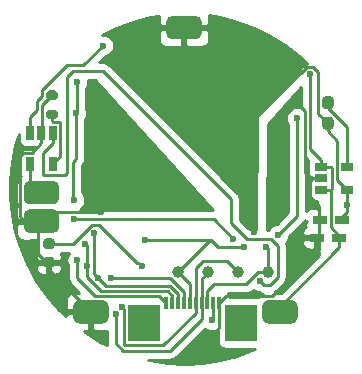
<source format=gtl>
G04 #@! TF.GenerationSoftware,KiCad,Pcbnew,5.1.9*
G04 #@! TF.CreationDate,2021-04-30T23:25:29+02:00*
G04 #@! TF.ProjectId,Watch,57617463-682e-46b6-9963-61645f706362,rev?*
G04 #@! TF.SameCoordinates,Original*
G04 #@! TF.FileFunction,Copper,L1,Top*
G04 #@! TF.FilePolarity,Positive*
%FSLAX46Y46*%
G04 Gerber Fmt 4.6, Leading zero omitted, Abs format (unit mm)*
G04 Created by KiCad (PCBNEW 5.1.9) date 2021-04-30 23:25:29*
%MOMM*%
%LPD*%
G01*
G04 APERTURE LIST*
G04 #@! TA.AperFunction,SMDPad,CuDef*
%ADD10R,1.200000X0.750000*%
G04 #@! TD*
G04 #@! TA.AperFunction,SMDPad,CuDef*
%ADD11R,0.300000X1.100000*%
G04 #@! TD*
G04 #@! TA.AperFunction,SMDPad,CuDef*
%ADD12R,2.700000X3.100000*%
G04 #@! TD*
G04 #@! TA.AperFunction,SMDPad,CuDef*
%ADD13C,1.000000*%
G04 #@! TD*
G04 #@! TA.AperFunction,SMDPad,CuDef*
%ADD14R,1.060000X0.650000*%
G04 #@! TD*
G04 #@! TA.AperFunction,SMDPad,CuDef*
%ADD15R,0.650000X1.220000*%
G04 #@! TD*
G04 #@! TA.AperFunction,ViaPad*
%ADD16C,0.600000*%
G04 #@! TD*
G04 #@! TA.AperFunction,Conductor*
%ADD17C,0.250000*%
G04 #@! TD*
G04 #@! TA.AperFunction,Conductor*
%ADD18C,0.254000*%
G04 #@! TD*
G04 #@! TA.AperFunction,Conductor*
%ADD19C,0.100000*%
G04 #@! TD*
G04 APERTURE END LIST*
D10*
X150556000Y-105156000D03*
X148656000Y-105156000D03*
X150810000Y-103632000D03*
X148910000Y-103632000D03*
D11*
X135909000Y-110695000D03*
X136409000Y-110695000D03*
X136909000Y-110695000D03*
X137409000Y-110695000D03*
X137909000Y-110695000D03*
X138409000Y-110695000D03*
X138909000Y-110695000D03*
X139409000Y-110695000D03*
X139909000Y-110695000D03*
X140409000Y-110695000D03*
D12*
X134039000Y-112395000D03*
X142279000Y-112395000D03*
G04 #@! TA.AperFunction,SMDPad,CuDef*
G36*
G01*
X126240250Y-107676500D02*
X125727750Y-107676500D01*
G75*
G02*
X125509000Y-107457750I0J218750D01*
G01*
X125509000Y-107020250D01*
G75*
G02*
X125727750Y-106801500I218750J0D01*
G01*
X126240250Y-106801500D01*
G75*
G02*
X126459000Y-107020250I0J-218750D01*
G01*
X126459000Y-107457750D01*
G75*
G02*
X126240250Y-107676500I-218750J0D01*
G01*
G37*
G04 #@! TD.AperFunction*
G04 #@! TA.AperFunction,SMDPad,CuDef*
G36*
G01*
X126240250Y-106101500D02*
X125727750Y-106101500D01*
G75*
G02*
X125509000Y-105882750I0J218750D01*
G01*
X125509000Y-105445250D01*
G75*
G02*
X125727750Y-105226500I218750J0D01*
G01*
X126240250Y-105226500D01*
G75*
G02*
X126459000Y-105445250I0J-218750D01*
G01*
X126459000Y-105882750D01*
G75*
G02*
X126240250Y-106101500I-218750J0D01*
G01*
G37*
G04 #@! TD.AperFunction*
D13*
X141986000Y-108077000D03*
X139446000Y-108077000D03*
X136906000Y-108077000D03*
X144526000Y-108077000D03*
G04 #@! TA.AperFunction,SMDPad,CuDef*
G36*
G01*
X144041000Y-111941000D02*
X144041000Y-110941000D01*
G75*
G02*
X144541000Y-110441000I500000J0D01*
G01*
X146541000Y-110441000D01*
G75*
G02*
X147041000Y-110941000I0J-500000D01*
G01*
X147041000Y-111941000D01*
G75*
G02*
X146541000Y-112441000I-500000J0D01*
G01*
X144541000Y-112441000D01*
G75*
G02*
X144041000Y-111941000I0J500000D01*
G01*
G37*
G04 #@! TD.AperFunction*
G04 #@! TA.AperFunction,SMDPad,CuDef*
G36*
G01*
X128041000Y-111941000D02*
X128041000Y-110941000D01*
G75*
G02*
X128541000Y-110441000I500000J0D01*
G01*
X130541000Y-110441000D01*
G75*
G02*
X131041000Y-110941000I0J-500000D01*
G01*
X131041000Y-111941000D01*
G75*
G02*
X130541000Y-112441000I-500000J0D01*
G01*
X128541000Y-112441000D01*
G75*
G02*
X128041000Y-111941000I0J500000D01*
G01*
G37*
G04 #@! TD.AperFunction*
G04 #@! TA.AperFunction,SMDPad,CuDef*
G36*
G01*
X149368500Y-93201000D02*
X149843500Y-93201000D01*
G75*
G02*
X150081000Y-93438500I0J-237500D01*
G01*
X150081000Y-94013500D01*
G75*
G02*
X149843500Y-94251000I-237500J0D01*
G01*
X149368500Y-94251000D01*
G75*
G02*
X149131000Y-94013500I0J237500D01*
G01*
X149131000Y-93438500D01*
G75*
G02*
X149368500Y-93201000I237500J0D01*
G01*
G37*
G04 #@! TD.AperFunction*
G04 #@! TA.AperFunction,SMDPad,CuDef*
G36*
G01*
X149368500Y-94951000D02*
X149843500Y-94951000D01*
G75*
G02*
X150081000Y-95188500I0J-237500D01*
G01*
X150081000Y-95763500D01*
G75*
G02*
X149843500Y-96001000I-237500J0D01*
G01*
X149368500Y-96001000D01*
G75*
G02*
X149131000Y-95763500I0J237500D01*
G01*
X149131000Y-95188500D01*
G75*
G02*
X149368500Y-94951000I237500J0D01*
G01*
G37*
G04 #@! TD.AperFunction*
G04 #@! TA.AperFunction,SMDPad,CuDef*
G36*
G01*
X126513000Y-95142000D02*
X125963000Y-95142000D01*
G75*
G02*
X125763000Y-94942000I0J200000D01*
G01*
X125763000Y-94542000D01*
G75*
G02*
X125963000Y-94342000I200000J0D01*
G01*
X126513000Y-94342000D01*
G75*
G02*
X126713000Y-94542000I0J-200000D01*
G01*
X126713000Y-94942000D01*
G75*
G02*
X126513000Y-95142000I-200000J0D01*
G01*
G37*
G04 #@! TD.AperFunction*
G04 #@! TA.AperFunction,SMDPad,CuDef*
G36*
G01*
X126513000Y-93492000D02*
X125963000Y-93492000D01*
G75*
G02*
X125763000Y-93292000I0J200000D01*
G01*
X125763000Y-92892000D01*
G75*
G02*
X125963000Y-92692000I200000J0D01*
G01*
X126513000Y-92692000D01*
G75*
G02*
X126713000Y-92892000I0J-200000D01*
G01*
X126713000Y-93292000D01*
G75*
G02*
X126513000Y-93492000I-200000J0D01*
G01*
G37*
G04 #@! TD.AperFunction*
D14*
X149057000Y-99187000D03*
X149057000Y-100137000D03*
X149057000Y-101087000D03*
X151257000Y-101087000D03*
X151257000Y-99187000D03*
D15*
X126299000Y-96266000D03*
X125349000Y-96266000D03*
X124399000Y-96266000D03*
X124399000Y-98886000D03*
X126299000Y-98886000D03*
G04 #@! TA.AperFunction,SMDPad,CuDef*
G36*
G01*
X123849000Y-101846000D02*
X123849000Y-100846000D01*
G75*
G02*
X124349000Y-100346000I500000J0D01*
G01*
X126349000Y-100346000D01*
G75*
G02*
X126849000Y-100846000I0J-500000D01*
G01*
X126849000Y-101846000D01*
G75*
G02*
X126349000Y-102346000I-500000J0D01*
G01*
X124349000Y-102346000D01*
G75*
G02*
X123849000Y-101846000I0J500000D01*
G01*
G37*
G04 #@! TD.AperFunction*
G04 #@! TA.AperFunction,SMDPad,CuDef*
G36*
G01*
X123849000Y-104259000D02*
X123849000Y-103259000D01*
G75*
G02*
X124349000Y-102759000I500000J0D01*
G01*
X126349000Y-102759000D01*
G75*
G02*
X126849000Y-103259000I0J-500000D01*
G01*
X126849000Y-104259000D01*
G75*
G02*
X126349000Y-104759000I-500000J0D01*
G01*
X124349000Y-104759000D01*
G75*
G02*
X123849000Y-104259000I0J500000D01*
G01*
G37*
G04 #@! TD.AperFunction*
G04 #@! TA.AperFunction,SMDPad,CuDef*
G36*
G01*
X135914000Y-87876000D02*
X135914000Y-86876000D01*
G75*
G02*
X136414000Y-86376000I500000J0D01*
G01*
X138414000Y-86376000D01*
G75*
G02*
X138914000Y-86876000I0J-500000D01*
G01*
X138914000Y-87876000D01*
G75*
G02*
X138414000Y-88376000I-500000J0D01*
G01*
X136414000Y-88376000D01*
G75*
G02*
X135914000Y-87876000I0J500000D01*
G01*
G37*
G04 #@! TD.AperFunction*
D16*
X143364094Y-104657990D03*
X141605000Y-105283000D03*
X128083979Y-103612012D03*
X151257000Y-102362000D03*
X139783990Y-112141000D03*
X144600000Y-102997000D03*
X143637000Y-110109000D03*
X130425658Y-102987002D03*
X129032000Y-105664000D03*
X129168990Y-107578990D03*
X128397000Y-107061000D03*
X144398730Y-105917730D03*
X129794000Y-104775000D03*
X130175000Y-108585000D03*
X134149906Y-105320906D03*
X142494000Y-105918000D03*
X131246161Y-108592994D03*
X147000000Y-95000000D03*
X145413968Y-104901988D03*
X128397000Y-91948000D03*
X128270000Y-94615000D03*
X128124000Y-102000000D03*
X131653034Y-111585649D03*
X132185070Y-110986894D03*
X133858000Y-107569000D03*
X143885814Y-108845223D03*
X148082000Y-91313000D03*
X130556000Y-88900000D03*
D17*
X149606000Y-95476000D02*
X149606000Y-96139000D01*
X150401999Y-100231999D02*
X151257000Y-101087000D01*
X150401999Y-96934999D02*
X150401999Y-100231999D01*
X149606000Y-96139000D02*
X150401999Y-96934999D01*
X151257000Y-102362000D02*
X151257000Y-101087000D01*
X141605000Y-105283000D02*
X139934012Y-103612012D01*
X143364094Y-104657990D02*
X143364094Y-95140496D01*
X143364094Y-95140496D02*
X147816591Y-90687999D01*
X147816591Y-90687999D02*
X148382001Y-90687999D01*
X148786011Y-94656011D02*
X149606000Y-95476000D01*
X148382001Y-90687999D02*
X148786011Y-91092009D01*
X148786011Y-91092009D02*
X148786011Y-94656011D01*
X139934012Y-103612012D02*
X134600012Y-103612012D01*
X134600012Y-103612012D02*
X128083979Y-103612012D01*
X139909000Y-110695000D02*
X139909000Y-112015990D01*
X139909000Y-112015990D02*
X139783990Y-112141000D01*
X151257000Y-102997000D02*
X150749000Y-103505000D01*
X151257000Y-102362000D02*
X151257000Y-102997000D01*
X140995000Y-110109000D02*
X143637000Y-110109000D01*
X140409000Y-110695000D02*
X140995000Y-110109000D01*
X144710410Y-110109000D02*
X144717400Y-110115990D01*
X144908410Y-110109000D02*
X145479205Y-109538205D01*
X144399000Y-110109000D02*
X144908410Y-110109000D01*
X145479205Y-109538205D02*
X148082000Y-106935410D01*
X143637000Y-110109000D02*
X144399000Y-110109000D01*
X144399000Y-110109000D02*
X144710410Y-110109000D01*
X126873000Y-108773000D02*
X129541000Y-111441000D01*
X148143000Y-100137000D02*
X148082000Y-100076000D01*
X149057000Y-100137000D02*
X148143000Y-100137000D01*
X144600000Y-96193410D02*
X144600000Y-102572736D01*
X147262011Y-94049011D02*
X146744399Y-94049011D01*
X146744399Y-94049011D02*
X144600000Y-96193410D01*
X147631989Y-99625989D02*
X147631989Y-94418989D01*
X147631989Y-94418989D02*
X147262011Y-94049011D01*
X148082000Y-100076000D02*
X147631989Y-99625989D01*
X144600000Y-102572736D02*
X144600000Y-102997000D01*
X127771998Y-102987002D02*
X130425658Y-102987002D01*
X125781000Y-107239000D02*
X125095000Y-106553000D01*
X126120998Y-102987002D02*
X125349000Y-103759000D01*
X127771998Y-102987002D02*
X126120998Y-102987002D01*
X125437990Y-96177010D02*
X125349000Y-96266000D01*
X125437990Y-93892010D02*
X125437990Y-96177010D01*
X126238000Y-93092000D02*
X125437990Y-93892010D01*
X123849000Y-103759000D02*
X125349000Y-103759000D01*
X123523990Y-103433990D02*
X123849000Y-103759000D01*
X123523990Y-98241008D02*
X123523990Y-103433990D01*
X123813999Y-97950999D02*
X123523990Y-98241008D01*
X124524001Y-97950999D02*
X123813999Y-97950999D01*
X125349000Y-97126000D02*
X124524001Y-97950999D01*
X125349000Y-96266000D02*
X125349000Y-97126000D01*
X130425658Y-102987002D02*
X130425658Y-101603342D01*
X140409000Y-110695000D02*
X140409000Y-112829000D01*
X140409000Y-112829000D02*
X139446000Y-113792000D01*
X148082000Y-106935410D02*
X148082000Y-106934000D01*
X148849000Y-106167000D02*
X148849000Y-105156000D01*
X148082000Y-106934000D02*
X148849000Y-106167000D01*
X148849000Y-105156000D02*
X148849000Y-103505000D01*
X148849000Y-102494000D02*
X148082000Y-101727000D01*
X148849000Y-103505000D02*
X148849000Y-102494000D01*
X148082000Y-101727000D02*
X148082000Y-100076000D01*
X125984000Y-107884000D02*
X126873000Y-108773000D01*
X125984000Y-107239000D02*
X125984000Y-107884000D01*
X125984000Y-107239000D02*
X125781000Y-107239000D01*
X125095000Y-104013000D02*
X125095000Y-106553000D01*
X125349000Y-103759000D02*
X125095000Y-104013000D01*
X129168990Y-105800990D02*
X129032000Y-105664000D01*
X129168990Y-107578990D02*
X129168990Y-105800990D01*
X136409000Y-110053520D02*
X136409000Y-110695000D01*
X136032387Y-109676907D02*
X136409000Y-110053520D01*
X130377907Y-109676907D02*
X136032387Y-109676907D01*
X129168990Y-108467990D02*
X130377907Y-109676907D01*
X129168990Y-107578990D02*
X129168990Y-108467990D01*
X135352500Y-110138500D02*
X135909000Y-110695000D01*
X135290918Y-110076918D02*
X135352500Y-110138500D01*
X129888918Y-110076918D02*
X135290918Y-110076918D01*
X128397000Y-108585000D02*
X129888918Y-110076918D01*
X128397000Y-107061000D02*
X128397000Y-108585000D01*
X144526000Y-106045000D02*
X144398730Y-105917730D01*
X144526000Y-108077000D02*
X144526000Y-106045000D01*
X139409000Y-110695000D02*
X139409000Y-109638000D01*
X139409000Y-109638000D02*
X139954000Y-109093000D01*
X142713035Y-109093000D02*
X143729035Y-108077000D01*
X139954000Y-109093000D02*
X142713035Y-109093000D01*
X143729035Y-108077000D02*
X144526000Y-108077000D01*
X130175000Y-108585000D02*
X129794000Y-108204000D01*
X129794000Y-108204000D02*
X129794000Y-104775000D01*
X136909000Y-109917110D02*
X136909000Y-110695000D01*
X136211890Y-109220000D02*
X136909000Y-109917110D01*
X130810000Y-109220000D02*
X136211890Y-109220000D01*
X130175000Y-108585000D02*
X130810000Y-109220000D01*
X136106094Y-105320906D02*
X136233094Y-105320906D01*
X134149906Y-105320906D02*
X136233094Y-105320906D01*
X139483906Y-105372094D02*
X139483906Y-105320906D01*
X136233094Y-105320906D02*
X139483906Y-105320906D01*
X137909000Y-109080000D02*
X137909000Y-109207000D01*
X136906000Y-108077000D02*
X137909000Y-109080000D01*
X137909000Y-110695000D02*
X137909000Y-109207000D01*
X139662094Y-105320906D02*
X139737906Y-105320906D01*
X136906000Y-108077000D02*
X139662094Y-105320906D01*
X139483906Y-105320906D02*
X139737906Y-105320906D01*
X140335000Y-105918000D02*
X142494000Y-105918000D01*
X139737906Y-105320906D02*
X140335000Y-105918000D01*
X137409000Y-109780700D02*
X136221294Y-108592994D01*
X136221294Y-108592994D02*
X131246161Y-108592994D01*
X137409000Y-110695000D02*
X137409000Y-109780700D01*
X147000000Y-103315956D02*
X145413968Y-104901988D01*
X147000000Y-95000000D02*
X147000000Y-103315956D01*
X128397000Y-94488000D02*
X128270000Y-94615000D01*
X128397000Y-91948000D02*
X128397000Y-94488000D01*
X128270000Y-94615000D02*
X128270000Y-98480000D01*
X128270000Y-98480000D02*
X128000000Y-98750000D01*
X128000000Y-101876000D02*
X128124000Y-102000000D01*
X128000000Y-98750000D02*
X128000000Y-101876000D01*
X138909000Y-108614000D02*
X138909000Y-108868000D01*
X139446000Y-108077000D02*
X138909000Y-108614000D01*
X138909000Y-110695000D02*
X138909000Y-108868000D01*
X136231989Y-114720011D02*
X132242599Y-114720012D01*
X138909000Y-110695000D02*
X138909000Y-112043000D01*
X138909000Y-112043000D02*
X136231989Y-114720011D01*
X132242599Y-114720012D02*
X131629989Y-114107402D01*
X131629989Y-114107402D02*
X131629989Y-111608694D01*
X131629989Y-111608694D02*
X131653034Y-111585649D01*
X138409000Y-107765998D02*
X138409000Y-110695000D01*
X139049999Y-107124999D02*
X138409000Y-107765998D01*
X141033999Y-107124999D02*
X139049999Y-107124999D01*
X141986000Y-108077000D02*
X141033999Y-107124999D01*
X132431001Y-114270001D02*
X132363999Y-114202999D01*
X132363999Y-111167193D02*
X132184408Y-110987602D01*
X132363999Y-114202999D02*
X132363999Y-111167193D01*
X138409000Y-111495000D02*
X138409000Y-110695000D01*
X135633999Y-114270001D02*
X138409000Y-111495000D01*
X132361997Y-114202999D02*
X132428999Y-114270001D01*
X132363999Y-114202999D02*
X132361997Y-114202999D01*
X132428999Y-114270001D02*
X135633999Y-114270001D01*
X132428999Y-114270001D02*
X132428999Y-114267999D01*
X133558001Y-107269001D02*
X133858000Y-107569000D01*
X133431001Y-107269001D02*
X133558001Y-107269001D01*
X130244011Y-104082011D02*
X133431001Y-107269001D01*
X129599399Y-104082011D02*
X130244011Y-104082011D01*
X128017410Y-105664000D02*
X129599399Y-104082011D01*
X125984000Y-105664000D02*
X128017410Y-105664000D01*
X149606000Y-94155490D02*
X149606000Y-93726000D01*
X151257000Y-95806490D02*
X149606000Y-94155490D01*
X151257000Y-99187000D02*
X151257000Y-95806490D01*
X126949001Y-98235999D02*
X126299000Y-98886000D01*
X126949001Y-95395999D02*
X126949001Y-98235999D01*
X126884001Y-95330999D02*
X126949001Y-95395999D01*
X126238000Y-95250000D02*
X126318999Y-95330999D01*
X126238000Y-94742000D02*
X126238000Y-95250000D01*
X126318999Y-95330999D02*
X126884001Y-95330999D01*
X130556000Y-91059000D02*
X128016000Y-91059000D01*
X125475001Y-99821001D02*
X125475001Y-97949999D01*
X144780000Y-105283000D02*
X142748000Y-105283000D01*
X127381999Y-99821001D02*
X125475001Y-99821001D01*
X125475001Y-97949999D02*
X126299000Y-97126000D01*
X127508000Y-91567000D02*
X127508000Y-99695000D01*
X127508000Y-99695000D02*
X127381999Y-99821001D01*
X126299000Y-97126000D02*
X126299000Y-96266000D01*
X141414500Y-103949500D02*
X141414500Y-101917500D01*
X128016000Y-91059000D02*
X127508000Y-91567000D01*
X141414500Y-101917500D02*
X130556000Y-91059000D01*
X142748000Y-105283000D02*
X141414500Y-103949500D01*
X145351001Y-105854001D02*
X144780000Y-105283000D01*
X145351001Y-108473001D02*
X145351001Y-105854001D01*
X144678780Y-109145222D02*
X145351001Y-108473001D01*
X144185813Y-109145222D02*
X144678780Y-109145222D01*
X143885814Y-108845223D02*
X144185813Y-109145222D01*
X149837000Y-101087000D02*
X149057000Y-101087000D01*
X149912001Y-101011999D02*
X149837000Y-101087000D01*
X149912001Y-99262001D02*
X149912001Y-101011999D01*
X149837000Y-99187000D02*
X149912001Y-99262001D01*
X149057000Y-99187000D02*
X149837000Y-99187000D01*
X149057000Y-98612000D02*
X148082000Y-97637000D01*
X149057000Y-99187000D02*
X149057000Y-98612000D01*
X148082000Y-97637000D02*
X148082000Y-91313000D01*
X124399000Y-94930000D02*
X124399000Y-96266000D01*
X125412500Y-92646500D02*
X125412500Y-93154500D01*
X124968000Y-94361000D02*
X124399000Y-94930000D01*
X125412500Y-93154500D02*
X124968000Y-93599000D01*
X127508000Y-90551000D02*
X125412500Y-92646500D01*
X124968000Y-93599000D02*
X124968000Y-94361000D01*
X128905000Y-90551000D02*
X127508000Y-90551000D01*
X130556000Y-88900000D02*
X128905000Y-90551000D01*
X150749000Y-105156000D02*
X150749000Y-105029000D01*
X149884999Y-101039001D02*
X149912001Y-101011999D01*
X149884999Y-104291999D02*
X149884999Y-101039001D01*
X150749000Y-105156000D02*
X149884999Y-104291999D01*
X150556000Y-105156000D02*
X150556000Y-105984000D01*
X145541000Y-110999000D02*
X145541000Y-111441000D01*
X150556000Y-105984000D02*
X145541000Y-110999000D01*
X124399000Y-100396000D02*
X125349000Y-101346000D01*
X124399000Y-98886000D02*
X124399000Y-100396000D01*
D18*
X139187962Y-112867262D02*
X139341101Y-112969586D01*
X139511261Y-113040068D01*
X139691901Y-113076000D01*
X139876079Y-113076000D01*
X140056719Y-113040068D01*
X140226879Y-112969586D01*
X140290928Y-112926790D01*
X140290928Y-113945000D01*
X140303188Y-114069482D01*
X140339498Y-114189180D01*
X140398463Y-114299494D01*
X140477815Y-114396185D01*
X140574506Y-114475537D01*
X140684820Y-114534502D01*
X140804518Y-114570812D01*
X140929000Y-114583072D01*
X143410740Y-114583072D01*
X143343177Y-114616213D01*
X141935668Y-115137497D01*
X140482643Y-115513711D01*
X138999013Y-115740995D01*
X137500000Y-115817016D01*
X136000987Y-115740995D01*
X134517357Y-115513711D01*
X134387200Y-115480011D01*
X136194657Y-115480010D01*
X136231989Y-115483687D01*
X136269322Y-115480010D01*
X136380975Y-115469013D01*
X136424431Y-115455831D01*
X136524235Y-115425557D01*
X136656265Y-115354985D01*
X136742991Y-115283810D01*
X136742992Y-115283809D01*
X136771990Y-115260011D01*
X136795788Y-115231013D01*
X139173751Y-112853051D01*
X139187962Y-112867262D01*
G04 #@! TA.AperFunction,Conductor*
D19*
G36*
X139187962Y-112867262D02*
G01*
X139341101Y-112969586D01*
X139511261Y-113040068D01*
X139691901Y-113076000D01*
X139876079Y-113076000D01*
X140056719Y-113040068D01*
X140226879Y-112969586D01*
X140290928Y-112926790D01*
X140290928Y-113945000D01*
X140303188Y-114069482D01*
X140339498Y-114189180D01*
X140398463Y-114299494D01*
X140477815Y-114396185D01*
X140574506Y-114475537D01*
X140684820Y-114534502D01*
X140804518Y-114570812D01*
X140929000Y-114583072D01*
X143410740Y-114583072D01*
X143343177Y-114616213D01*
X141935668Y-115137497D01*
X140482643Y-115513711D01*
X138999013Y-115740995D01*
X137500000Y-115817016D01*
X136000987Y-115740995D01*
X134517357Y-115513711D01*
X134387200Y-115480011D01*
X136194657Y-115480010D01*
X136231989Y-115483687D01*
X136269322Y-115480010D01*
X136380975Y-115469013D01*
X136424431Y-115455831D01*
X136524235Y-115425557D01*
X136656265Y-115354985D01*
X136742991Y-115283810D01*
X136742992Y-115283809D01*
X136771990Y-115260011D01*
X136795788Y-115231013D01*
X139173751Y-112853051D01*
X139187962Y-112867262D01*
G37*
G04 #@! TD.AperFunction*
D18*
X123435928Y-96876000D02*
X123448188Y-97000482D01*
X123484498Y-97120180D01*
X123543463Y-97230494D01*
X123622815Y-97327185D01*
X123719506Y-97406537D01*
X123829820Y-97465502D01*
X123949518Y-97501812D01*
X124074000Y-97514072D01*
X124724000Y-97514072D01*
X124848482Y-97501812D01*
X124863353Y-97497301D01*
X124840027Y-97525723D01*
X124777249Y-97643172D01*
X124724000Y-97637928D01*
X124074000Y-97637928D01*
X123949518Y-97650188D01*
X123829820Y-97686498D01*
X123719506Y-97745463D01*
X123622815Y-97824815D01*
X123543463Y-97921506D01*
X123484498Y-98031820D01*
X123448188Y-98151518D01*
X123435928Y-98276000D01*
X123435928Y-99496000D01*
X123448188Y-99620482D01*
X123484498Y-99740180D01*
X123543463Y-99850494D01*
X123622815Y-99947185D01*
X123639001Y-99960468D01*
X123639001Y-99963512D01*
X123544262Y-100041262D01*
X123402728Y-100213721D01*
X123297559Y-100410479D01*
X123232796Y-100623973D01*
X123210928Y-100846000D01*
X123210928Y-101846000D01*
X123232796Y-102068027D01*
X123297559Y-102281521D01*
X123345613Y-102371424D01*
X123318463Y-102404506D01*
X123259498Y-102514820D01*
X123223188Y-102634518D01*
X123210928Y-102759000D01*
X123214000Y-103473250D01*
X123372750Y-103632000D01*
X125222000Y-103632000D01*
X125222000Y-103612000D01*
X125476000Y-103612000D01*
X125476000Y-103632000D01*
X125496000Y-103632000D01*
X125496000Y-103886000D01*
X125476000Y-103886000D01*
X125476000Y-103906000D01*
X125222000Y-103906000D01*
X125222000Y-103886000D01*
X123372750Y-103886000D01*
X123214000Y-104044750D01*
X123210928Y-104759000D01*
X123223188Y-104883482D01*
X123259498Y-105003180D01*
X123318463Y-105113494D01*
X123397815Y-105210185D01*
X123494506Y-105289537D01*
X123604820Y-105348502D01*
X123724518Y-105384812D01*
X123849000Y-105397072D01*
X124875929Y-105394474D01*
X124870928Y-105445250D01*
X124870928Y-105882750D01*
X124887392Y-106049908D01*
X124936150Y-106210642D01*
X125015329Y-106358775D01*
X125033100Y-106380430D01*
X124978463Y-106447006D01*
X124919498Y-106557320D01*
X124883188Y-106677018D01*
X124870928Y-106801500D01*
X124874000Y-106953250D01*
X125032750Y-107112000D01*
X125857000Y-107112000D01*
X125857000Y-107092000D01*
X126111000Y-107092000D01*
X126111000Y-107112000D01*
X126935250Y-107112000D01*
X127094000Y-106953250D01*
X127097072Y-106801500D01*
X127084812Y-106677018D01*
X127048502Y-106557320D01*
X126989537Y-106447006D01*
X126970657Y-106424000D01*
X127711710Y-106424000D01*
X127670738Y-106464972D01*
X127568414Y-106618111D01*
X127497932Y-106788271D01*
X127462000Y-106968911D01*
X127462000Y-107153089D01*
X127497932Y-107333729D01*
X127568414Y-107503889D01*
X127637000Y-107606536D01*
X127637001Y-108547668D01*
X127633324Y-108585000D01*
X127637001Y-108622333D01*
X127647998Y-108733986D01*
X127655961Y-108760236D01*
X127691454Y-108877246D01*
X127762026Y-109009276D01*
X127820068Y-109079999D01*
X127857000Y-109125001D01*
X127885998Y-109148799D01*
X128541393Y-109804194D01*
X128041000Y-109802928D01*
X127916518Y-109815188D01*
X127796820Y-109851498D01*
X127686506Y-109910463D01*
X127589815Y-109989815D01*
X127510463Y-110086506D01*
X127451498Y-110196820D01*
X127415188Y-110316518D01*
X127402928Y-110441000D01*
X127406000Y-111155250D01*
X127564750Y-111314000D01*
X129414000Y-111314000D01*
X129414000Y-111294000D01*
X129668000Y-111294000D01*
X129668000Y-111314000D01*
X129688000Y-111314000D01*
X129688000Y-111568000D01*
X129668000Y-111568000D01*
X129668000Y-112917250D01*
X129826750Y-113076000D01*
X130869989Y-113078639D01*
X130869989Y-114070079D01*
X130866313Y-114107402D01*
X130869989Y-114144724D01*
X130869989Y-114144734D01*
X130878840Y-114234594D01*
X130309273Y-113955208D01*
X129035510Y-113161265D01*
X128926431Y-113076832D01*
X129255250Y-113076000D01*
X129414000Y-112917250D01*
X129414000Y-111568000D01*
X127564750Y-111568000D01*
X127406000Y-111726750D01*
X127405593Y-111821418D01*
X126760734Y-111208434D01*
X125783063Y-110069584D01*
X124925624Y-108837668D01*
X124281124Y-107676500D01*
X124870928Y-107676500D01*
X124883188Y-107800982D01*
X124919498Y-107920680D01*
X124978463Y-108030994D01*
X125057815Y-108127685D01*
X125154506Y-108207037D01*
X125264820Y-108266002D01*
X125384518Y-108302312D01*
X125509000Y-108314572D01*
X125698250Y-108311500D01*
X125857000Y-108152750D01*
X125857000Y-107366000D01*
X126111000Y-107366000D01*
X126111000Y-108152750D01*
X126269750Y-108311500D01*
X126459000Y-108314572D01*
X126583482Y-108302312D01*
X126703180Y-108266002D01*
X126813494Y-108207037D01*
X126910185Y-108127685D01*
X126989537Y-108030994D01*
X127048502Y-107920680D01*
X127084812Y-107800982D01*
X127097072Y-107676500D01*
X127094000Y-107524750D01*
X126935250Y-107366000D01*
X126111000Y-107366000D01*
X125857000Y-107366000D01*
X125032750Y-107366000D01*
X124874000Y-107524750D01*
X124870928Y-107676500D01*
X124281124Y-107676500D01*
X124197216Y-107525327D01*
X123605312Y-106146027D01*
X123155986Y-104713923D01*
X122853849Y-103243708D01*
X122702002Y-101750470D01*
X122702002Y-100249530D01*
X122853849Y-98756292D01*
X123155986Y-97286077D01*
X123435928Y-96393838D01*
X123435928Y-96876000D01*
G04 #@! TA.AperFunction,Conductor*
D19*
G36*
X123435928Y-96876000D02*
G01*
X123448188Y-97000482D01*
X123484498Y-97120180D01*
X123543463Y-97230494D01*
X123622815Y-97327185D01*
X123719506Y-97406537D01*
X123829820Y-97465502D01*
X123949518Y-97501812D01*
X124074000Y-97514072D01*
X124724000Y-97514072D01*
X124848482Y-97501812D01*
X124863353Y-97497301D01*
X124840027Y-97525723D01*
X124777249Y-97643172D01*
X124724000Y-97637928D01*
X124074000Y-97637928D01*
X123949518Y-97650188D01*
X123829820Y-97686498D01*
X123719506Y-97745463D01*
X123622815Y-97824815D01*
X123543463Y-97921506D01*
X123484498Y-98031820D01*
X123448188Y-98151518D01*
X123435928Y-98276000D01*
X123435928Y-99496000D01*
X123448188Y-99620482D01*
X123484498Y-99740180D01*
X123543463Y-99850494D01*
X123622815Y-99947185D01*
X123639001Y-99960468D01*
X123639001Y-99963512D01*
X123544262Y-100041262D01*
X123402728Y-100213721D01*
X123297559Y-100410479D01*
X123232796Y-100623973D01*
X123210928Y-100846000D01*
X123210928Y-101846000D01*
X123232796Y-102068027D01*
X123297559Y-102281521D01*
X123345613Y-102371424D01*
X123318463Y-102404506D01*
X123259498Y-102514820D01*
X123223188Y-102634518D01*
X123210928Y-102759000D01*
X123214000Y-103473250D01*
X123372750Y-103632000D01*
X125222000Y-103632000D01*
X125222000Y-103612000D01*
X125476000Y-103612000D01*
X125476000Y-103632000D01*
X125496000Y-103632000D01*
X125496000Y-103886000D01*
X125476000Y-103886000D01*
X125476000Y-103906000D01*
X125222000Y-103906000D01*
X125222000Y-103886000D01*
X123372750Y-103886000D01*
X123214000Y-104044750D01*
X123210928Y-104759000D01*
X123223188Y-104883482D01*
X123259498Y-105003180D01*
X123318463Y-105113494D01*
X123397815Y-105210185D01*
X123494506Y-105289537D01*
X123604820Y-105348502D01*
X123724518Y-105384812D01*
X123849000Y-105397072D01*
X124875929Y-105394474D01*
X124870928Y-105445250D01*
X124870928Y-105882750D01*
X124887392Y-106049908D01*
X124936150Y-106210642D01*
X125015329Y-106358775D01*
X125033100Y-106380430D01*
X124978463Y-106447006D01*
X124919498Y-106557320D01*
X124883188Y-106677018D01*
X124870928Y-106801500D01*
X124874000Y-106953250D01*
X125032750Y-107112000D01*
X125857000Y-107112000D01*
X125857000Y-107092000D01*
X126111000Y-107092000D01*
X126111000Y-107112000D01*
X126935250Y-107112000D01*
X127094000Y-106953250D01*
X127097072Y-106801500D01*
X127084812Y-106677018D01*
X127048502Y-106557320D01*
X126989537Y-106447006D01*
X126970657Y-106424000D01*
X127711710Y-106424000D01*
X127670738Y-106464972D01*
X127568414Y-106618111D01*
X127497932Y-106788271D01*
X127462000Y-106968911D01*
X127462000Y-107153089D01*
X127497932Y-107333729D01*
X127568414Y-107503889D01*
X127637000Y-107606536D01*
X127637001Y-108547668D01*
X127633324Y-108585000D01*
X127637001Y-108622333D01*
X127647998Y-108733986D01*
X127655961Y-108760236D01*
X127691454Y-108877246D01*
X127762026Y-109009276D01*
X127820068Y-109079999D01*
X127857000Y-109125001D01*
X127885998Y-109148799D01*
X128541393Y-109804194D01*
X128041000Y-109802928D01*
X127916518Y-109815188D01*
X127796820Y-109851498D01*
X127686506Y-109910463D01*
X127589815Y-109989815D01*
X127510463Y-110086506D01*
X127451498Y-110196820D01*
X127415188Y-110316518D01*
X127402928Y-110441000D01*
X127406000Y-111155250D01*
X127564750Y-111314000D01*
X129414000Y-111314000D01*
X129414000Y-111294000D01*
X129668000Y-111294000D01*
X129668000Y-111314000D01*
X129688000Y-111314000D01*
X129688000Y-111568000D01*
X129668000Y-111568000D01*
X129668000Y-112917250D01*
X129826750Y-113076000D01*
X130869989Y-113078639D01*
X130869989Y-114070079D01*
X130866313Y-114107402D01*
X130869989Y-114144724D01*
X130869989Y-114144734D01*
X130878840Y-114234594D01*
X130309273Y-113955208D01*
X129035510Y-113161265D01*
X128926431Y-113076832D01*
X129255250Y-113076000D01*
X129414000Y-112917250D01*
X129414000Y-111568000D01*
X127564750Y-111568000D01*
X127406000Y-111726750D01*
X127405593Y-111821418D01*
X126760734Y-111208434D01*
X125783063Y-110069584D01*
X124925624Y-108837668D01*
X124281124Y-107676500D01*
X124870928Y-107676500D01*
X124883188Y-107800982D01*
X124919498Y-107920680D01*
X124978463Y-108030994D01*
X125057815Y-108127685D01*
X125154506Y-108207037D01*
X125264820Y-108266002D01*
X125384518Y-108302312D01*
X125509000Y-108314572D01*
X125698250Y-108311500D01*
X125857000Y-108152750D01*
X125857000Y-107366000D01*
X126111000Y-107366000D01*
X126111000Y-108152750D01*
X126269750Y-108311500D01*
X126459000Y-108314572D01*
X126583482Y-108302312D01*
X126703180Y-108266002D01*
X126813494Y-108207037D01*
X126910185Y-108127685D01*
X126989537Y-108030994D01*
X127048502Y-107920680D01*
X127084812Y-107800982D01*
X127097072Y-107676500D01*
X127094000Y-107524750D01*
X126935250Y-107366000D01*
X126111000Y-107366000D01*
X125857000Y-107366000D01*
X125032750Y-107366000D01*
X124874000Y-107524750D01*
X124870928Y-107676500D01*
X124281124Y-107676500D01*
X124197216Y-107525327D01*
X123605312Y-106146027D01*
X123155986Y-104713923D01*
X122853849Y-103243708D01*
X122702002Y-101750470D01*
X122702002Y-100249530D01*
X122853849Y-98756292D01*
X123155986Y-97286077D01*
X123435928Y-96393838D01*
X123435928Y-96876000D01*
G37*
G04 #@! TD.AperFunction*
D18*
X143442925Y-109673809D02*
X143613085Y-109744291D01*
X143751283Y-109771781D01*
X143761537Y-109780196D01*
X143893566Y-109850768D01*
X144036827Y-109894225D01*
X144087426Y-109899209D01*
X143908721Y-109994728D01*
X143736262Y-110136262D01*
X143674583Y-110211417D01*
X143629000Y-110206928D01*
X141196375Y-110206928D01*
X141196965Y-110156675D01*
X141186984Y-110031989D01*
X141152871Y-109911647D01*
X141122890Y-109853000D01*
X142675713Y-109853000D01*
X142713035Y-109856676D01*
X142750357Y-109853000D01*
X142750368Y-109853000D01*
X142862021Y-109842003D01*
X143005282Y-109798546D01*
X143137311Y-109727974D01*
X143253036Y-109633001D01*
X143276839Y-109603998D01*
X143301514Y-109579322D01*
X143442925Y-109673809D01*
G04 #@! TA.AperFunction,Conductor*
D19*
G36*
X143442925Y-109673809D02*
G01*
X143613085Y-109744291D01*
X143751283Y-109771781D01*
X143761537Y-109780196D01*
X143893566Y-109850768D01*
X144036827Y-109894225D01*
X144087426Y-109899209D01*
X143908721Y-109994728D01*
X143736262Y-110136262D01*
X143674583Y-110211417D01*
X143629000Y-110206928D01*
X141196375Y-110206928D01*
X141196965Y-110156675D01*
X141186984Y-110031989D01*
X141152871Y-109911647D01*
X141122890Y-109853000D01*
X142675713Y-109853000D01*
X142713035Y-109856676D01*
X142750357Y-109853000D01*
X142750368Y-109853000D01*
X142862021Y-109842003D01*
X143005282Y-109798546D01*
X143137311Y-109727974D01*
X143253036Y-109633001D01*
X143276839Y-109603998D01*
X143301514Y-109579322D01*
X143442925Y-109673809D01*
G37*
G04 #@! TD.AperFunction*
D18*
X147675000Y-103759002D02*
X147833748Y-103759002D01*
X147675000Y-103917750D01*
X147671928Y-104007000D01*
X147684188Y-104131482D01*
X147717661Y-104241828D01*
X147701506Y-104250463D01*
X147604815Y-104329815D01*
X147525463Y-104426506D01*
X147466498Y-104536820D01*
X147430188Y-104656518D01*
X147417928Y-104781000D01*
X147421000Y-104870250D01*
X147579750Y-105029000D01*
X148529000Y-105029000D01*
X148529000Y-105009000D01*
X148780969Y-105009000D01*
X148787103Y-105283000D01*
X148783000Y-105283000D01*
X148783000Y-106007250D01*
X148803783Y-106028033D01*
X148817653Y-106647546D01*
X145662271Y-109802928D01*
X145060528Y-109802928D01*
X145103056Y-109780196D01*
X145218781Y-109685223D01*
X145242583Y-109656220D01*
X145862005Y-109036799D01*
X145891002Y-109013002D01*
X145947619Y-108944014D01*
X145985975Y-108897278D01*
X146056547Y-108765248D01*
X146069985Y-108720947D01*
X146100004Y-108621987D01*
X146111001Y-108510334D01*
X146111001Y-108510325D01*
X146114677Y-108473002D01*
X146111001Y-108435679D01*
X146111001Y-105891323D01*
X146114677Y-105854000D01*
X146111001Y-105816677D01*
X146111001Y-105816668D01*
X146100004Y-105705015D01*
X146061189Y-105577057D01*
X146107246Y-105531000D01*
X147417928Y-105531000D01*
X147430188Y-105655482D01*
X147466498Y-105775180D01*
X147525463Y-105885494D01*
X147604815Y-105982185D01*
X147701506Y-106061537D01*
X147811820Y-106120502D01*
X147931518Y-106156812D01*
X148056000Y-106169072D01*
X148370250Y-106166000D01*
X148529000Y-106007250D01*
X148529000Y-105283000D01*
X147579750Y-105283000D01*
X147421000Y-105441750D01*
X147417928Y-105531000D01*
X146107246Y-105531000D01*
X146140230Y-105498016D01*
X146242554Y-105344877D01*
X146313036Y-105174717D01*
X146337121Y-105053637D01*
X147511003Y-103879755D01*
X147540001Y-103855957D01*
X147585501Y-103800515D01*
X147634974Y-103740233D01*
X147675000Y-103665350D01*
X147675000Y-103759002D01*
G04 #@! TA.AperFunction,Conductor*
D19*
G36*
X147675000Y-103759002D02*
G01*
X147833748Y-103759002D01*
X147675000Y-103917750D01*
X147671928Y-104007000D01*
X147684188Y-104131482D01*
X147717661Y-104241828D01*
X147701506Y-104250463D01*
X147604815Y-104329815D01*
X147525463Y-104426506D01*
X147466498Y-104536820D01*
X147430188Y-104656518D01*
X147417928Y-104781000D01*
X147421000Y-104870250D01*
X147579750Y-105029000D01*
X148529000Y-105029000D01*
X148529000Y-105009000D01*
X148780969Y-105009000D01*
X148787103Y-105283000D01*
X148783000Y-105283000D01*
X148783000Y-106007250D01*
X148803783Y-106028033D01*
X148817653Y-106647546D01*
X145662271Y-109802928D01*
X145060528Y-109802928D01*
X145103056Y-109780196D01*
X145218781Y-109685223D01*
X145242583Y-109656220D01*
X145862005Y-109036799D01*
X145891002Y-109013002D01*
X145947619Y-108944014D01*
X145985975Y-108897278D01*
X146056547Y-108765248D01*
X146069985Y-108720947D01*
X146100004Y-108621987D01*
X146111001Y-108510334D01*
X146111001Y-108510325D01*
X146114677Y-108473002D01*
X146111001Y-108435679D01*
X146111001Y-105891323D01*
X146114677Y-105854000D01*
X146111001Y-105816677D01*
X146111001Y-105816668D01*
X146100004Y-105705015D01*
X146061189Y-105577057D01*
X146107246Y-105531000D01*
X147417928Y-105531000D01*
X147430188Y-105655482D01*
X147466498Y-105775180D01*
X147525463Y-105885494D01*
X147604815Y-105982185D01*
X147701506Y-106061537D01*
X147811820Y-106120502D01*
X147931518Y-106156812D01*
X148056000Y-106169072D01*
X148370250Y-106166000D01*
X148529000Y-106007250D01*
X148529000Y-105283000D01*
X147579750Y-105283000D01*
X147421000Y-105441750D01*
X147417928Y-105531000D01*
X146107246Y-105531000D01*
X146140230Y-105498016D01*
X146242554Y-105344877D01*
X146313036Y-105174717D01*
X146337121Y-105053637D01*
X147511003Y-103879755D01*
X147540001Y-103855957D01*
X147585501Y-103800515D01*
X147634974Y-103740233D01*
X147675000Y-103665350D01*
X147675000Y-103759002D01*
G37*
G04 #@! TD.AperFunction*
D18*
X147322001Y-94121341D02*
X147272729Y-94100932D01*
X147092089Y-94065000D01*
X146907911Y-94065000D01*
X146727271Y-94100932D01*
X146557111Y-94171414D01*
X146403972Y-94273738D01*
X146273738Y-94403972D01*
X146171414Y-94557111D01*
X146100932Y-94727271D01*
X146065000Y-94907911D01*
X146065000Y-95092089D01*
X146100932Y-95272729D01*
X146171414Y-95442889D01*
X146240000Y-95545536D01*
X146240001Y-103001153D01*
X145262319Y-103978835D01*
X145141239Y-104002920D01*
X144971079Y-104073402D01*
X144817940Y-104175726D01*
X144687706Y-104305960D01*
X144585382Y-104459099D01*
X144558914Y-104523000D01*
X144417347Y-104523000D01*
X144525418Y-95553060D01*
X147322001Y-92417497D01*
X147322001Y-94121341D01*
G04 #@! TA.AperFunction,Conductor*
D19*
G36*
X147322001Y-94121341D02*
G01*
X147272729Y-94100932D01*
X147092089Y-94065000D01*
X146907911Y-94065000D01*
X146727271Y-94100932D01*
X146557111Y-94171414D01*
X146403972Y-94273738D01*
X146273738Y-94403972D01*
X146171414Y-94557111D01*
X146100932Y-94727271D01*
X146065000Y-94907911D01*
X146065000Y-95092089D01*
X146100932Y-95272729D01*
X146171414Y-95442889D01*
X146240000Y-95545536D01*
X146240001Y-103001153D01*
X145262319Y-103978835D01*
X145141239Y-104002920D01*
X144971079Y-104073402D01*
X144817940Y-104175726D01*
X144687706Y-104305960D01*
X144585382Y-104459099D01*
X144558914Y-104523000D01*
X144417347Y-104523000D01*
X144525418Y-95553060D01*
X147322001Y-92417497D01*
X147322001Y-94121341D01*
G37*
G04 #@! TD.AperFunction*
D18*
X147955096Y-98584897D02*
X147937498Y-98617820D01*
X147901188Y-98737518D01*
X147888928Y-98862000D01*
X147888928Y-99512000D01*
X147901188Y-99636482D01*
X147908929Y-99662000D01*
X147901188Y-99687518D01*
X147888928Y-99812000D01*
X147892000Y-99851250D01*
X148050750Y-100010000D01*
X148132859Y-100010000D01*
X148172506Y-100042537D01*
X148282820Y-100101502D01*
X148399841Y-100137000D01*
X148282820Y-100172498D01*
X148172506Y-100231463D01*
X148132859Y-100264000D01*
X148050750Y-100264000D01*
X147892000Y-100422750D01*
X147888928Y-100462000D01*
X147901188Y-100586482D01*
X147908929Y-100612000D01*
X147901188Y-100637518D01*
X147888928Y-100762000D01*
X147888928Y-101412000D01*
X147901188Y-101536482D01*
X147937498Y-101656180D01*
X147996463Y-101766494D01*
X148075815Y-101863185D01*
X148172506Y-101942537D01*
X148282820Y-102001502D01*
X148402518Y-102037812D01*
X148527000Y-102050072D01*
X148714724Y-102050072D01*
X148729893Y-102727643D01*
X148624250Y-102622000D01*
X148310000Y-102618928D01*
X148185518Y-102631188D01*
X148065820Y-102667498D01*
X147955506Y-102726463D01*
X147858815Y-102805815D01*
X147779463Y-102902506D01*
X147760000Y-102938918D01*
X147760000Y-98389801D01*
X147955096Y-98584897D01*
G04 #@! TA.AperFunction,Conductor*
D19*
G36*
X147955096Y-98584897D02*
G01*
X147937498Y-98617820D01*
X147901188Y-98737518D01*
X147888928Y-98862000D01*
X147888928Y-99512000D01*
X147901188Y-99636482D01*
X147908929Y-99662000D01*
X147901188Y-99687518D01*
X147888928Y-99812000D01*
X147892000Y-99851250D01*
X148050750Y-100010000D01*
X148132859Y-100010000D01*
X148172506Y-100042537D01*
X148282820Y-100101502D01*
X148399841Y-100137000D01*
X148282820Y-100172498D01*
X148172506Y-100231463D01*
X148132859Y-100264000D01*
X148050750Y-100264000D01*
X147892000Y-100422750D01*
X147888928Y-100462000D01*
X147901188Y-100586482D01*
X147908929Y-100612000D01*
X147901188Y-100637518D01*
X147888928Y-100762000D01*
X147888928Y-101412000D01*
X147901188Y-101536482D01*
X147937498Y-101656180D01*
X147996463Y-101766494D01*
X148075815Y-101863185D01*
X148172506Y-101942537D01*
X148282820Y-102001502D01*
X148402518Y-102037812D01*
X148527000Y-102050072D01*
X148714724Y-102050072D01*
X148729893Y-102727643D01*
X148624250Y-102622000D01*
X148310000Y-102618928D01*
X148185518Y-102631188D01*
X148065820Y-102667498D01*
X147955506Y-102726463D01*
X147858815Y-102805815D01*
X147779463Y-102902506D01*
X147760000Y-102938918D01*
X147760000Y-98389801D01*
X147955096Y-98584897D01*
G37*
G04 #@! TD.AperFunction*
D18*
X139875180Y-102852012D02*
X128629514Y-102852012D01*
X128580672Y-102819377D01*
X128720028Y-102726262D01*
X128850262Y-102596028D01*
X128952586Y-102442889D01*
X129023068Y-102272729D01*
X129059000Y-102092089D01*
X129059000Y-101907911D01*
X129023068Y-101727271D01*
X128952586Y-101557111D01*
X128850262Y-101403972D01*
X128760000Y-101313710D01*
X128760000Y-99064801D01*
X128780997Y-99043804D01*
X128810001Y-99020001D01*
X128904974Y-98904276D01*
X128975546Y-98772247D01*
X129019003Y-98628986D01*
X129030000Y-98517333D01*
X129030000Y-98517325D01*
X129033676Y-98480000D01*
X129030000Y-98442675D01*
X129030000Y-95160535D01*
X129098586Y-95057889D01*
X129169068Y-94887729D01*
X129205000Y-94707089D01*
X129205000Y-94522911D01*
X129169068Y-94342271D01*
X129157000Y-94313136D01*
X129157000Y-92493535D01*
X129225586Y-92390889D01*
X129296068Y-92220729D01*
X129332000Y-92040089D01*
X129332000Y-91855911D01*
X129324658Y-91819000D01*
X129891731Y-91819000D01*
X139875180Y-102852012D01*
G04 #@! TA.AperFunction,Conductor*
D19*
G36*
X139875180Y-102852012D02*
G01*
X128629514Y-102852012D01*
X128580672Y-102819377D01*
X128720028Y-102726262D01*
X128850262Y-102596028D01*
X128952586Y-102442889D01*
X129023068Y-102272729D01*
X129059000Y-102092089D01*
X129059000Y-101907911D01*
X129023068Y-101727271D01*
X128952586Y-101557111D01*
X128850262Y-101403972D01*
X128760000Y-101313710D01*
X128760000Y-99064801D01*
X128780997Y-99043804D01*
X128810001Y-99020001D01*
X128904974Y-98904276D01*
X128975546Y-98772247D01*
X129019003Y-98628986D01*
X129030000Y-98517333D01*
X129030000Y-98517325D01*
X129033676Y-98480000D01*
X129030000Y-98442675D01*
X129030000Y-95160535D01*
X129098586Y-95057889D01*
X129169068Y-94887729D01*
X129205000Y-94707089D01*
X129205000Y-94522911D01*
X129169068Y-94342271D01*
X129157000Y-94313136D01*
X129157000Y-92493535D01*
X129225586Y-92390889D01*
X129296068Y-92220729D01*
X129332000Y-92040089D01*
X129332000Y-91855911D01*
X129324658Y-91819000D01*
X129891731Y-91819000D01*
X139875180Y-102852012D01*
G37*
G04 #@! TD.AperFunction*
D18*
X126365000Y-92965000D02*
X126385000Y-92965000D01*
X126385000Y-93219000D01*
X126365000Y-93219000D01*
X126365000Y-93239000D01*
X126167854Y-93239000D01*
X126172500Y-93191833D01*
X126172500Y-93191823D01*
X126176176Y-93154500D01*
X126172500Y-93117177D01*
X126172500Y-92961301D01*
X126188801Y-92945000D01*
X126365000Y-92945000D01*
X126365000Y-92965000D01*
G04 #@! TA.AperFunction,Conductor*
D19*
G36*
X126365000Y-92965000D02*
G01*
X126385000Y-92965000D01*
X126385000Y-93219000D01*
X126365000Y-93219000D01*
X126365000Y-93239000D01*
X126167854Y-93239000D01*
X126172500Y-93191833D01*
X126172500Y-93191823D01*
X126176176Y-93154500D01*
X126172500Y-93117177D01*
X126172500Y-92961301D01*
X126188801Y-92945000D01*
X126365000Y-92945000D01*
X126365000Y-92965000D01*
G37*
G04 #@! TD.AperFunction*
D18*
X140482643Y-86486289D02*
X141935668Y-86862503D01*
X143343177Y-87383787D01*
X144690727Y-88044792D01*
X145964490Y-88838735D01*
X147151396Y-89757469D01*
X147836332Y-90408549D01*
X147809271Y-90413932D01*
X147639111Y-90484414D01*
X147485972Y-90586738D01*
X147355738Y-90716972D01*
X147253414Y-90870111D01*
X147182932Y-91040271D01*
X147147000Y-91220911D01*
X147147000Y-91306394D01*
X143674197Y-94779197D01*
X143658403Y-94798443D01*
X143646667Y-94820399D01*
X143639440Y-94844224D01*
X143637010Y-94867413D01*
X143516315Y-104523000D01*
X143147099Y-104523000D01*
X142852059Y-104312257D01*
X142174500Y-103634699D01*
X142174500Y-101954823D01*
X142178176Y-101917500D01*
X142174500Y-101880177D01*
X142174500Y-101880167D01*
X142163503Y-101768514D01*
X142120046Y-101625253D01*
X142097864Y-101583754D01*
X142049474Y-101493223D01*
X141978299Y-101406497D01*
X141954501Y-101377499D01*
X141925503Y-101353701D01*
X131119804Y-90548003D01*
X131096001Y-90518999D01*
X130980276Y-90424026D01*
X130848247Y-90353454D01*
X130704986Y-90309997D01*
X130593333Y-90299000D01*
X130593322Y-90299000D01*
X130556000Y-90295324D01*
X130518678Y-90299000D01*
X130263869Y-90299000D01*
X130247771Y-90283030D01*
X130707649Y-89823153D01*
X130828729Y-89799068D01*
X130998889Y-89728586D01*
X131152028Y-89626262D01*
X131282262Y-89496028D01*
X131384586Y-89342889D01*
X131455068Y-89172729D01*
X131491000Y-88992089D01*
X131491000Y-88807911D01*
X131455068Y-88627271D01*
X131384586Y-88457111D01*
X131330390Y-88376000D01*
X135275928Y-88376000D01*
X135288188Y-88500482D01*
X135324498Y-88620180D01*
X135383463Y-88730494D01*
X135462815Y-88827185D01*
X135559506Y-88906537D01*
X135669820Y-88965502D01*
X135789518Y-89001812D01*
X135914000Y-89014072D01*
X137128250Y-89011000D01*
X137287000Y-88852250D01*
X137287000Y-87503000D01*
X137541000Y-87503000D01*
X137541000Y-88852250D01*
X137699750Y-89011000D01*
X138914000Y-89014072D01*
X139038482Y-89001812D01*
X139158180Y-88965502D01*
X139268494Y-88906537D01*
X139365185Y-88827185D01*
X139444537Y-88730494D01*
X139503502Y-88620180D01*
X139539812Y-88500482D01*
X139552072Y-88376000D01*
X139549000Y-87661750D01*
X139390250Y-87503000D01*
X137541000Y-87503000D01*
X137287000Y-87503000D01*
X135437750Y-87503000D01*
X135279000Y-87661750D01*
X135275928Y-88376000D01*
X131330390Y-88376000D01*
X131282262Y-88303972D01*
X131152028Y-88173738D01*
X130998889Y-88071414D01*
X130828729Y-88000932D01*
X130648089Y-87965000D01*
X130471940Y-87965000D01*
X131656823Y-87383787D01*
X133064332Y-86862503D01*
X134517357Y-86486289D01*
X135276520Y-86369989D01*
X135275928Y-86376000D01*
X135279000Y-87090250D01*
X135437750Y-87249000D01*
X137287000Y-87249000D01*
X137287000Y-87229000D01*
X137541000Y-87229000D01*
X137541000Y-87249000D01*
X139390250Y-87249000D01*
X139549000Y-87090250D01*
X139552072Y-86376000D01*
X139548845Y-86343236D01*
X140482643Y-86486289D01*
G04 #@! TA.AperFunction,Conductor*
D19*
G36*
X140482643Y-86486289D02*
G01*
X141935668Y-86862503D01*
X143343177Y-87383787D01*
X144690727Y-88044792D01*
X145964490Y-88838735D01*
X147151396Y-89757469D01*
X147836332Y-90408549D01*
X147809271Y-90413932D01*
X147639111Y-90484414D01*
X147485972Y-90586738D01*
X147355738Y-90716972D01*
X147253414Y-90870111D01*
X147182932Y-91040271D01*
X147147000Y-91220911D01*
X147147000Y-91306394D01*
X143674197Y-94779197D01*
X143658403Y-94798443D01*
X143646667Y-94820399D01*
X143639440Y-94844224D01*
X143637010Y-94867413D01*
X143516315Y-104523000D01*
X143147099Y-104523000D01*
X142852059Y-104312257D01*
X142174500Y-103634699D01*
X142174500Y-101954823D01*
X142178176Y-101917500D01*
X142174500Y-101880177D01*
X142174500Y-101880167D01*
X142163503Y-101768514D01*
X142120046Y-101625253D01*
X142097864Y-101583754D01*
X142049474Y-101493223D01*
X141978299Y-101406497D01*
X141954501Y-101377499D01*
X141925503Y-101353701D01*
X131119804Y-90548003D01*
X131096001Y-90518999D01*
X130980276Y-90424026D01*
X130848247Y-90353454D01*
X130704986Y-90309997D01*
X130593333Y-90299000D01*
X130593322Y-90299000D01*
X130556000Y-90295324D01*
X130518678Y-90299000D01*
X130263869Y-90299000D01*
X130247771Y-90283030D01*
X130707649Y-89823153D01*
X130828729Y-89799068D01*
X130998889Y-89728586D01*
X131152028Y-89626262D01*
X131282262Y-89496028D01*
X131384586Y-89342889D01*
X131455068Y-89172729D01*
X131491000Y-88992089D01*
X131491000Y-88807911D01*
X131455068Y-88627271D01*
X131384586Y-88457111D01*
X131330390Y-88376000D01*
X135275928Y-88376000D01*
X135288188Y-88500482D01*
X135324498Y-88620180D01*
X135383463Y-88730494D01*
X135462815Y-88827185D01*
X135559506Y-88906537D01*
X135669820Y-88965502D01*
X135789518Y-89001812D01*
X135914000Y-89014072D01*
X137128250Y-89011000D01*
X137287000Y-88852250D01*
X137287000Y-87503000D01*
X137541000Y-87503000D01*
X137541000Y-88852250D01*
X137699750Y-89011000D01*
X138914000Y-89014072D01*
X139038482Y-89001812D01*
X139158180Y-88965502D01*
X139268494Y-88906537D01*
X139365185Y-88827185D01*
X139444537Y-88730494D01*
X139503502Y-88620180D01*
X139539812Y-88500482D01*
X139552072Y-88376000D01*
X139549000Y-87661750D01*
X139390250Y-87503000D01*
X137541000Y-87503000D01*
X137287000Y-87503000D01*
X135437750Y-87503000D01*
X135279000Y-87661750D01*
X135275928Y-88376000D01*
X131330390Y-88376000D01*
X131282262Y-88303972D01*
X131152028Y-88173738D01*
X130998889Y-88071414D01*
X130828729Y-88000932D01*
X130648089Y-87965000D01*
X130471940Y-87965000D01*
X131656823Y-87383787D01*
X133064332Y-86862503D01*
X134517357Y-86486289D01*
X135276520Y-86369989D01*
X135275928Y-86376000D01*
X135279000Y-87090250D01*
X135437750Y-87249000D01*
X137287000Y-87249000D01*
X137287000Y-87229000D01*
X137541000Y-87229000D01*
X137541000Y-87249000D01*
X139390250Y-87249000D01*
X139549000Y-87090250D01*
X139552072Y-86376000D01*
X139548845Y-86343236D01*
X140482643Y-86486289D01*
G37*
G04 #@! TD.AperFunction*
M02*

</source>
